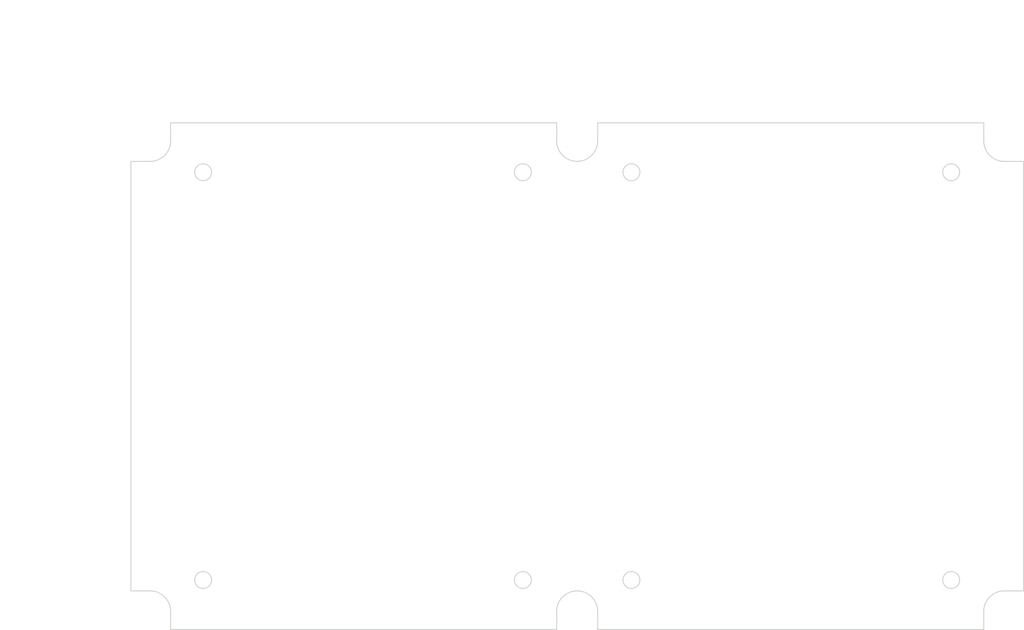
<source format=kicad_pcb>
(kicad_pcb (version 20171130) (host pcbnew "(5.1.0)-1")

  (general
    (thickness 1.6)
    (drawings 100)
    (tracks 0)
    (zones 0)
    (modules 0)
    (nets 1)
  )

  (page A4)
  (layers
    (0 F.Cu signal)
    (31 B.Cu signal)
    (32 B.Adhes user)
    (33 F.Adhes user)
    (34 B.Paste user)
    (35 F.Paste user)
    (36 B.SilkS user)
    (37 F.SilkS user)
    (38 B.Mask user)
    (39 F.Mask user)
    (40 Dwgs.User user)
    (41 Cmts.User user)
    (42 Eco1.User user)
    (43 Eco2.User user)
    (44 Edge.Cuts user)
    (45 Margin user)
    (46 B.CrtYd user)
    (47 F.CrtYd user)
    (48 B.Fab user)
    (49 F.Fab user)
  )

  (setup
    (last_trace_width 0.25)
    (trace_clearance 0.2)
    (zone_clearance 0.508)
    (zone_45_only no)
    (trace_min 0.2)
    (via_size 0.8)
    (via_drill 0.4)
    (via_min_size 0.4)
    (via_min_drill 0.3)
    (uvia_size 0.3)
    (uvia_drill 0.1)
    (uvias_allowed no)
    (uvia_min_size 0.2)
    (uvia_min_drill 0.1)
    (edge_width 0.05)
    (segment_width 0.2)
    (pcb_text_width 0.3)
    (pcb_text_size 1.5 1.5)
    (mod_edge_width 0.12)
    (mod_text_size 1 1)
    (mod_text_width 0.15)
    (pad_size 1.524 1.524)
    (pad_drill 0.762)
    (pad_to_mask_clearance 0.051)
    (solder_mask_min_width 0.25)
    (aux_axis_origin 0 0)
    (visible_elements FFFFFF7F)
    (pcbplotparams
      (layerselection 0x010fc_ffffffff)
      (usegerberextensions false)
      (usegerberattributes false)
      (usegerberadvancedattributes false)
      (creategerberjobfile false)
      (excludeedgelayer true)
      (linewidth 0.152400)
      (plotframeref false)
      (viasonmask false)
      (mode 1)
      (useauxorigin false)
      (hpglpennumber 1)
      (hpglpenspeed 20)
      (hpglpendiameter 15.000000)
      (psnegative false)
      (psa4output false)
      (plotreference true)
      (plotvalue true)
      (plotinvisibletext false)
      (padsonsilk false)
      (subtractmaskfromsilk false)
      (outputformat 1)
      (mirror false)
      (drillshape 1)
      (scaleselection 1)
      (outputdirectory ""))
  )

  (net 0 "")

  (net_class Default "This is the default net class."
    (clearance 0.2)
    (trace_width 0.25)
    (via_dia 0.8)
    (via_drill 0.4)
    (uvia_dia 0.3)
    (uvia_drill 0.1)
  )

  (gr_line (start 61.406527 149.987299) (end 61.406527 60.987299) (layer Edge.Cuts) (width 0.2))
  (gr_line (start 65.406527 149.987299) (end 61.406527 149.987299) (layer Edge.Cuts) (width 0.2))
  (gr_arc (start 65.406527 154.237299) (end 69.656527 154.237299) (angle -90) (layer Edge.Cuts) (width 0.2))
  (gr_line (start 69.656527 157.987299) (end 69.656527 154.237299) (layer Edge.Cuts) (width 0.2))
  (gr_line (start 149.656527 157.987299) (end 69.656527 157.987299) (layer Edge.Cuts) (width 0.2))
  (gr_line (start 149.656527 154.237299) (end 149.656527 157.987299) (layer Edge.Cuts) (width 0.2))
  (gr_arc (start 153.906527 154.237299) (end 158.156527 154.237299) (angle -180) (layer Edge.Cuts) (width 0.2))
  (gr_line (start 158.156527 157.987299) (end 158.156527 154.237299) (layer Edge.Cuts) (width 0.2))
  (gr_line (start 238.156527 157.987299) (end 158.156527 157.987299) (layer Edge.Cuts) (width 0.2))
  (gr_line (start 238.156527 154.237299) (end 238.156527 157.987299) (layer Edge.Cuts) (width 0.2))
  (gr_arc (start 242.406527 154.237299) (end 242.406527 149.987299) (angle -90) (layer Edge.Cuts) (width 0.2))
  (gr_line (start 246.406527 149.987299) (end 242.406527 149.987299) (layer Edge.Cuts) (width 0.2))
  (gr_line (start 246.406527 60.987299) (end 246.406527 149.987299) (layer Edge.Cuts) (width 0.2))
  (gr_line (start 242.406527 60.987299) (end 246.406527 60.987299) (layer Edge.Cuts) (width 0.2))
  (gr_arc (start 242.406527 56.737299) (end 238.156527 56.737299) (angle -90) (layer Edge.Cuts) (width 0.2))
  (gr_line (start 238.156527 52.987299) (end 238.156527 56.737299) (layer Edge.Cuts) (width 0.2))
  (gr_line (start 158.156527 52.987299) (end 238.156527 52.987299) (layer Edge.Cuts) (width 0.2))
  (gr_line (start 158.156527 56.737299) (end 158.156527 52.987299) (layer Edge.Cuts) (width 0.2))
  (gr_arc (start 153.906527 56.737299) (end 149.656527 56.737299) (angle -180) (layer Edge.Cuts) (width 0.2))
  (gr_line (start 149.656527 52.987299) (end 149.656527 56.737299) (layer Edge.Cuts) (width 0.2))
  (gr_line (start 69.656527 52.987299) (end 149.656527 52.987299) (layer Edge.Cuts) (width 0.2))
  (gr_line (start 69.656527 56.737299) (end 69.656527 52.987299) (layer Edge.Cuts) (width 0.2))
  (gr_arc (start 65.406527 56.737299) (end 65.406527 60.987299) (angle -90) (layer Edge.Cuts) (width 0.2))
  (gr_line (start 61.406527 60.987299) (end 65.406527 60.987299) (layer Edge.Cuts) (width 0.2))
  (gr_circle (center 231.406527 147.737299) (end 233.156527 147.737299) (layer Edge.Cuts) (width 0.2))
  (gr_circle (center 165.156527 63.237299) (end 166.906527 63.237299) (layer Edge.Cuts) (width 0.2))
  (gr_circle (center 76.406527 147.737299) (end 78.156527 147.737299) (layer Edge.Cuts) (width 0.2))
  (gr_circle (center 142.656527 63.237299) (end 144.406527 63.237299) (layer Edge.Cuts) (width 0.2))
  (gr_circle (center 76.406527 63.237299) (end 78.156527 63.237299) (layer Edge.Cuts) (width 0.2))
  (gr_circle (center 142.656527 147.737299) (end 144.406527 147.737299) (layer Edge.Cuts) (width 0.2))
  (gr_circle (center 231.406527 63.237299) (end 233.156527 63.237299) (layer Edge.Cuts) (width 0.2))
  (gr_circle (center 165.156527 147.737299) (end 166.906527 147.737299) (layer Edge.Cuts) (width 0.2))
  (gr_text [.40] (at 105.906112 71.099093) (layer Dwgs.User)
    (effects (font (size 1.7 1.53) (thickness 0.2125)))
  )
  (gr_text " 10.25" (at 105.906112 67.541657) (layer Dwgs.User)
    (effects (font (size 1.7 1.53) (thickness 0.2125)))
  )
  (gr_line (start 111.960001 69.209632) (end 109.960001 69.209632) (layer Dwgs.User) (width 0.2))
  (gr_line (start 111.960001 63.237299) (end 111.960001 69.209632) (layer Dwgs.User) (width 0.2))
  (gr_line (start 111.960001 54.987299) (end 111.960001 61.237299) (layer Dwgs.User) (width 0.2))
  (gr_line (start 77.406527 63.237299) (end 115.135001 63.237299) (layer Dwgs.User) (width 0.2))
  (gr_text [.59] (at 68.906527 80.587942) (layer Dwgs.User)
    (effects (font (size 1.7 1.53) (thickness 0.2125)))
  )
  (gr_text " 15.00" (at 68.906527 77.030506) (layer Dwgs.User)
    (effects (font (size 1.7 1.53) (thickness 0.2125)))
  )
  (gr_line (start 74.406527 78.698481) (end 72.951138 78.698481) (layer Dwgs.User) (width 0.2))
  (gr_line (start 63.406527 78.698481) (end 64.861916 78.698481) (layer Dwgs.User) (width 0.2))
  (gr_line (start 76.406527 64.237299) (end 76.406527 81.873481) (layer Dwgs.User) (width 0.2))
  (gr_text [.15] (at 176.336256 46.904428) (layer Dwgs.User)
    (effects (font (size 1.7 1.53) (thickness 0.2125)))
  )
  (gr_text " 3.75" (at 176.336256 43.346413) (layer Dwgs.User)
    (effects (font (size 1.7 1.53) (thickness 0.2125)))
  )
  (gr_line (start 170.94277 45.014967) (end 172.94277 45.014967) (layer Dwgs.User) (width 0.2))
  (gr_line (start 170.94277 50.987299) (end 170.94277 45.014967) (layer Dwgs.User) (width 0.2))
  (gr_line (start 170.94277 58.737299) (end 170.94277 60.737299) (layer Dwgs.User) (width 0.2))
  (gr_line (start 154.906527 56.737299) (end 174.11777 56.737299) (layer Dwgs.User) (width 0.2))
  (gr_line (start 76.406527 63.327299) (end 76.406527 63.147299) (layer Dwgs.User) (width 0.2))
  (gr_line (start 76.316527 63.237299) (end 76.496527 63.237299) (layer Dwgs.User) (width 0.2))
  (gr_text " ∅3.50\n[∅0.14]" (at 89.721016 58.719027) (layer Dwgs.User)
    (effects (font (size 1.7 1.53) (thickness 0.2125)))
  )
  (gr_line (start 83.184146 58.719027) (end 79.526746 61.157218) (layer Dwgs.User) (width 0.2))
  (gr_line (start 85.184146 58.719027) (end 83.184146 58.719027) (layer Dwgs.User) (width 0.2))
  (gr_text [2.61] (at 106.607512 50.116879) (layer Dwgs.User)
    (effects (font (size 1.7 1.53) (thickness 0.2125)))
  )
  (gr_text " 66.25" (at 106.607512 46.559444) (layer Dwgs.User)
    (effects (font (size 1.7 1.53) (thickness 0.2125)))
  )
  (gr_line (start 78.406527 48.227418) (end 102.553623 48.227418) (layer Dwgs.User) (width 0.2))
  (gr_line (start 140.656527 48.227418) (end 110.6614 48.227418) (layer Dwgs.User) (width 0.2))
  (gr_line (start 76.406527 62.237299) (end 76.406527 45.052418) (layer Dwgs.User) (width 0.2))
  (gr_line (start 142.656527 62.237299) (end 142.656527 45.052418) (layer Dwgs.User) (width 0.2))
  (gr_text [3.33] (at 56.334936 111.780525) (layer Dwgs.User)
    (effects (font (size 1.7 1.53) (thickness 0.2125)))
  )
  (gr_text " 84.50" (at 56.334936 108.22309) (layer Dwgs.User)
    (effects (font (size 1.7 1.53) (thickness 0.2125)))
  )
  (gr_line (start 56.334936 65.237299) (end 56.334936 106.333628) (layer Dwgs.User) (width 0.2))
  (gr_line (start 56.334936 145.737299) (end 56.334936 113.448499) (layer Dwgs.User) (width 0.2))
  (gr_line (start 75.406527 63.237299) (end 53.159936 63.237299) (layer Dwgs.User) (width 0.2))
  (gr_line (start 75.406527 147.737299) (end 53.159936 147.737299) (layer Dwgs.User) (width 0.2))
  (gr_text [.33] (at 165.407327 46.819693) (layer Dwgs.User)
    (effects (font (size 1.7 1.53) (thickness 0.2125)))
  )
  (gr_text " 8.50" (at 165.407327 43.262258) (layer Dwgs.User)
    (effects (font (size 1.7 1.53) (thickness 0.2125)))
  )
  (gr_line (start 158.156527 44.930232) (end 162.023118 44.930232) (layer Dwgs.User) (width 0.2))
  (gr_line (start 151.656527 44.930232) (end 156.156527 44.930232) (layer Dwgs.User) (width 0.2))
  (gr_line (start 149.656527 51.987299) (end 149.656527 41.755232) (layer Dwgs.User) (width 0.2))
  (gr_line (start 158.156527 51.987299) (end 158.156527 41.755232) (layer Dwgs.User) (width 0.2))
  (gr_text [3.15] (at 109.761196 41.37113) (layer Dwgs.User)
    (effects (font (size 1.7 1.53) (thickness 0.2125)))
  )
  (gr_text " 80.00" (at 109.761196 37.813695) (layer Dwgs.User)
    (effects (font (size 1.7 1.53) (thickness 0.2125)))
  )
  (gr_line (start 71.656527 39.481669) (end 105.716585 39.481669) (layer Dwgs.User) (width 0.2))
  (gr_line (start 147.656527 39.481669) (end 113.805807 39.481669) (layer Dwgs.User) (width 0.2))
  (gr_line (start 69.656527 51.987299) (end 69.656527 36.306669) (layer Dwgs.User) (width 0.2))
  (gr_line (start 149.656527 51.987299) (end 149.656527 36.306669) (layer Dwgs.User) (width 0.2))
  (gr_text [R0.17] (at 88.641868 73.84243) (layer Dwgs.User)
    (effects (font (size 1.7 1.53) (thickness 0.2125)))
  )
  (gr_text " R4.25" (at 88.641868 70.284995) (layer Dwgs.User)
    (effects (font (size 1.7 1.53) (thickness 0.2125)))
  )
  (gr_line (start 82.171097 71.952969) (end 70.034565 60.937747) (layer Dwgs.User) (width 0.2))
  (gr_line (start 84.171097 71.952969) (end 82.171097 71.952969) (layer Dwgs.User) (width 0.2))
  (gr_text [3.50] (at 47.605533 101.193803) (layer Dwgs.User)
    (effects (font (size 1.7 1.53) (thickness 0.2125)))
  )
  (gr_text " 89.00" (at 47.605533 97.636367) (layer Dwgs.User)
    (effects (font (size 1.7 1.53) (thickness 0.2125)))
  )
  (gr_line (start 47.605533 62.987299) (end 47.605533 95.746906) (layer Dwgs.User) (width 0.2))
  (gr_line (start 47.605533 147.987299) (end 47.605533 102.861777) (layer Dwgs.User) (width 0.2))
  (gr_line (start 60.406527 60.987299) (end 44.430533 60.987299) (layer Dwgs.User) (width 0.2))
  (gr_line (start 60.406527 149.987299) (end 44.430533 149.987299) (layer Dwgs.User) (width 0.2))
  (gr_text [4.13] (at 39.061862 111.409061) (layer Dwgs.User)
    (effects (font (size 1.7 1.53) (thickness 0.2125)))
  )
  (gr_text " 105.00" (at 39.061862 107.851626) (layer Dwgs.User)
    (effects (font (size 1.7 1.53) (thickness 0.2125)))
  )
  (gr_line (start 39.061862 54.987299) (end 39.061862 105.962164) (layer Dwgs.User) (width 0.2))
  (gr_line (start 39.061862 155.987299) (end 39.061862 113.077035) (layer Dwgs.User) (width 0.2))
  (gr_line (start 68.656527 52.987299) (end 35.886862 52.987299) (layer Dwgs.User) (width 0.2))
  (gr_line (start 68.656527 157.987299) (end 35.886862 157.987299) (layer Dwgs.User) (width 0.2))
  (gr_text [7.28] (at 153.906527 32.709792) (layer Dwgs.User)
    (effects (font (size 1.7 1.53) (thickness 0.2125)))
  )
  (gr_text " 185.00" (at 153.906527 29.152357) (layer Dwgs.User)
    (effects (font (size 1.7 1.53) (thickness 0.2125)))
  )
  (gr_line (start 63.406527 30.820331) (end 149.201513 30.820331) (layer Dwgs.User) (width 0.2))
  (gr_line (start 244.406527 30.820331) (end 158.611541 30.820331) (layer Dwgs.User) (width 0.2))
  (gr_line (start 61.406527 59.987299) (end 61.406527 27.645331) (layer Dwgs.User) (width 0.2))
  (gr_line (start 246.406527 59.987299) (end 246.406527 27.645331) (layer Dwgs.User) (width 0.2))

)

</source>
